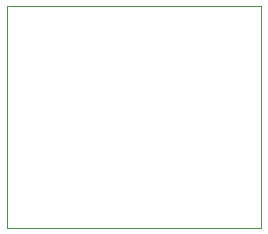
<source format=gm1>
G04 #@! TF.FileFunction,Profile,NP*
%FSLAX46Y46*%
G04 Gerber Fmt 4.6, Leading zero omitted, Abs format (unit mm)*
G04 Created by KiCad (PCBNEW 4.0.1-stable) date 5/28/2016 10:09:11 PM*
%MOMM*%
G01*
G04 APERTURE LIST*
%ADD10C,0.100000*%
G04 APERTURE END LIST*
D10*
X150190000Y-96850000D02*
X128700000Y-96850000D01*
X150190000Y-115630000D02*
X150190000Y-96850000D01*
X128700000Y-115630000D02*
X150190000Y-115630000D01*
X128700000Y-96850000D02*
X128700000Y-115630000D01*
M02*

</source>
